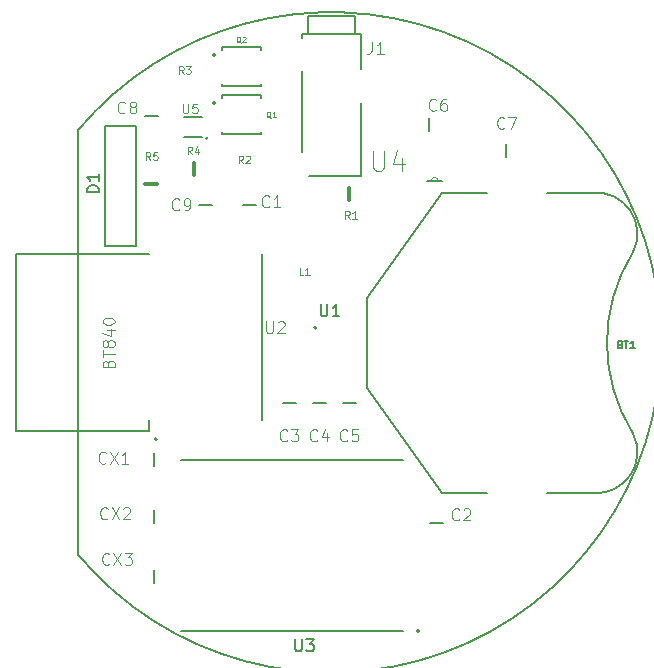
<source format=gbr>
G04 #@! TF.GenerationSoftware,KiCad,Pcbnew,(5.0.1)-4*
G04 #@! TF.CreationDate,2019-01-20T23:32:10-05:00*
G04 #@! TF.ProjectId,puck_design,7075636B5F64657369676E2E6B696361,rev?*
G04 #@! TF.SameCoordinates,Original*
G04 #@! TF.FileFunction,Legend,Top*
G04 #@! TF.FilePolarity,Positive*
%FSLAX46Y46*%
G04 Gerber Fmt 4.6, Leading zero omitted, Abs format (unit mm)*
G04 Created by KiCad (PCBNEW (5.0.1)-4) date 2019-01-20 11:32:10 PM*
%MOMM*%
%LPD*%
G01*
G04 APERTURE LIST*
%ADD10C,0.150000*%
%ADD11C,0.200000*%
%ADD12C,0.127000*%
%ADD13C,0.203200*%
%ADD14C,0.304800*%
%ADD15C,0.001000*%
%ADD16C,0.152400*%
%ADD17C,0.100000*%
%ADD18C,0.050000*%
G04 APERTURE END LIST*
D10*
X128550445Y-117911400D02*
X128550445Y-82050000D01*
X128550504Y-82011332D02*
G75*
G02X128550445Y-117911400I21429940J-17950069D01*
G01*
D11*
G04 #@! TO.C,Q1*
X140180000Y-79696000D02*
G75*
G03X140180000Y-79696000I-100000J0D01*
G01*
D12*
X144030000Y-82346000D02*
X144030000Y-82149000D01*
X140730000Y-82346000D02*
X144030000Y-82346000D01*
X140730000Y-82149000D02*
X140730000Y-82346000D01*
X140730000Y-79046000D02*
X140730000Y-79243000D01*
X144030000Y-79046000D02*
X140730000Y-79046000D01*
X144030000Y-79243000D02*
X144030000Y-79046000D01*
G04 #@! TO.C,J1*
X152000000Y-73838000D02*
X152000000Y-72338000D01*
X152000000Y-72338000D02*
X148000000Y-72338000D01*
X148000000Y-72338000D02*
X148000000Y-73838000D01*
X152500000Y-73838000D02*
X152000000Y-73838000D01*
X152000000Y-73838000D02*
X148000000Y-73838000D01*
X148000000Y-73838000D02*
X147500000Y-73838000D01*
X152500000Y-73838000D02*
X152500000Y-76828000D01*
X152500000Y-79658000D02*
X152500000Y-85838000D01*
X152500000Y-85838000D02*
X148100000Y-85838000D01*
X147500000Y-83858000D02*
X147500000Y-76958000D01*
X147500000Y-73838000D02*
X147500000Y-74148000D01*
D13*
G04 #@! TO.C,BT1*
X153048000Y-96190000D02*
X153048000Y-103810000D01*
X153048000Y-96190000D02*
X159398000Y-87300000D01*
X153048000Y-103810000D02*
X159398000Y-112700000D01*
X159398000Y-112700000D02*
X163208000Y-112700000D01*
X159398000Y-87300000D02*
X163208000Y-87300000D01*
X172098000Y-87300000D02*
X168288000Y-87300000D01*
X172098000Y-112700000D02*
X168288000Y-112700000D01*
X175515556Y-92398421D02*
G75*
G03X175527000Y-107620000I12256784J-7601579D01*
G01*
X175526918Y-92379161D02*
G75*
G03X172098000Y-87300000I-3073318J1622221D01*
G01*
X172098653Y-112700533D02*
G75*
G03X175527000Y-107620000I354947J3457473D01*
G01*
D11*
G04 #@! TO.C,C1*
X142494000Y-88316000D02*
X143594000Y-88316000D01*
G04 #@! TO.C,C2*
X159440000Y-115240000D02*
X158340000Y-115240000D01*
G04 #@! TO.C,C3*
X146994000Y-105080000D02*
X145894000Y-105080000D01*
G04 #@! TO.C,C4*
X149534000Y-105080000D02*
X148434000Y-105080000D01*
G04 #@! TO.C,C5*
X152074000Y-105080000D02*
X150974000Y-105080000D01*
G04 #@! TO.C,C6*
X158300000Y-80980000D02*
X158300000Y-82080000D01*
G04 #@! TO.C,C7*
X164840000Y-84260000D02*
X164840000Y-83160000D01*
G04 #@! TO.C,C8*
X134230000Y-80820000D02*
X135330000Y-80820000D01*
G04 #@! TO.C,C9*
X138782000Y-88316000D02*
X139882000Y-88316000D01*
G04 #@! TO.C,CX1*
X135014000Y-110456000D02*
X135014000Y-109356000D01*
G04 #@! TO.C,CX2*
X135014000Y-115282000D02*
X135014000Y-114182000D01*
G04 #@! TO.C,CX3*
X135014000Y-120362000D02*
X135014000Y-119262000D01*
D12*
G04 #@! TO.C,Q2*
X144030000Y-75179000D02*
X144030000Y-74982000D01*
X144030000Y-74982000D02*
X140730000Y-74982000D01*
X140730000Y-74982000D02*
X140730000Y-75179000D01*
X140730000Y-78085000D02*
X140730000Y-78282000D01*
X140730000Y-78282000D02*
X144030000Y-78282000D01*
X144030000Y-78282000D02*
X144030000Y-78085000D01*
D11*
X140180000Y-75632000D02*
G75*
G03X140180000Y-75632000I-100000J0D01*
G01*
D14*
G04 #@! TO.C,R1*
X151524000Y-87924000D02*
X151524000Y-86908000D01*
G04 #@! TO.C,R4*
X138382000Y-84760000D02*
X138382000Y-85776000D01*
G04 #@! TO.C,R5*
X134252000Y-86538000D02*
X135268000Y-86538000D01*
D15*
G04 #@! TO.C,U2*
X128144000Y-92496980D02*
X134594000Y-92500000D01*
D12*
X134544000Y-106500000D02*
X134544000Y-107500000D01*
X134474000Y-107500000D02*
X123344000Y-107500000D01*
X123344000Y-107500000D02*
X123344000Y-92500000D01*
X123344000Y-92500000D02*
X134594000Y-92500000D01*
D11*
X135255800Y-108150000D02*
G75*
G03X135255800Y-108150000I-111800J0D01*
G01*
D12*
X144144000Y-92500000D02*
X144144000Y-106500000D01*
D16*
G04 #@! TO.C,U4*
X158150400Y-86309400D02*
X158455200Y-86309400D01*
X158455200Y-86309400D02*
X159064800Y-86309400D01*
X159064800Y-86309400D02*
X159369600Y-86309400D01*
D17*
X158455200Y-86309400D02*
G75*
G02X159064800Y-86309400I304800J0D01*
G01*
D10*
G04 #@! TO.C,U5*
X139521000Y-82682000D02*
G75*
G03X139521000Y-82682000I-70000J0D01*
G01*
D12*
X139066000Y-82562000D02*
X137566000Y-82562000D01*
X139066000Y-80862000D02*
X137566000Y-80862000D01*
D11*
G04 #@! TO.C,U1*
X148757800Y-98724000D02*
G75*
G03X148757800Y-98724000I-111800J0D01*
G01*
D10*
G04 #@! TO.C,U3*
X137295000Y-124384000D02*
X156095000Y-124384000D01*
X156095000Y-109904000D02*
X137295000Y-109904000D01*
D11*
X157461800Y-124384000D02*
G75*
G03X157461800Y-124384000I-111800J0D01*
G01*
D10*
G04 #@! TO.C,D1*
X130860000Y-91780000D02*
X133460000Y-91780000D01*
X133460000Y-91780000D02*
X133460000Y-81680000D01*
X130860000Y-91780000D02*
X130860000Y-81680000D01*
X130860000Y-81680000D02*
X133460000Y-81680000D01*
G04 #@! TD*
G04 #@! TO.C,Q1*
D18*
X144874285Y-80958857D02*
X144828571Y-80936000D01*
X144782857Y-80890285D01*
X144714285Y-80821714D01*
X144668571Y-80798857D01*
X144622857Y-80798857D01*
X144645714Y-80913142D02*
X144600000Y-80890285D01*
X144554285Y-80844571D01*
X144531428Y-80753142D01*
X144531428Y-80593142D01*
X144554285Y-80501714D01*
X144600000Y-80456000D01*
X144645714Y-80433142D01*
X144737142Y-80433142D01*
X144782857Y-80456000D01*
X144828571Y-80501714D01*
X144851428Y-80593142D01*
X144851428Y-80753142D01*
X144828571Y-80844571D01*
X144782857Y-80890285D01*
X144737142Y-80913142D01*
X144645714Y-80913142D01*
X145308571Y-80913142D02*
X145034285Y-80913142D01*
X145171428Y-80913142D02*
X145171428Y-80433142D01*
X145125714Y-80501714D01*
X145080000Y-80547428D01*
X145034285Y-80570285D01*
G04 #@! TO.C,J1*
X153456056Y-74521378D02*
X153456056Y-75236971D01*
X153408350Y-75380090D01*
X153312938Y-75475502D01*
X153169819Y-75523208D01*
X153074407Y-75523208D01*
X154457886Y-75523208D02*
X153885412Y-75523208D01*
X154171649Y-75523208D02*
X154171649Y-74521378D01*
X154076237Y-74664497D01*
X153980824Y-74759909D01*
X153885412Y-74807615D01*
G04 #@! TO.C,BT1*
D12*
X174501028Y-100146457D02*
X174588114Y-100175485D01*
X174617142Y-100204514D01*
X174646171Y-100262571D01*
X174646171Y-100349657D01*
X174617142Y-100407714D01*
X174588114Y-100436742D01*
X174530057Y-100465771D01*
X174297828Y-100465771D01*
X174297828Y-99856171D01*
X174501028Y-99856171D01*
X174559085Y-99885200D01*
X174588114Y-99914228D01*
X174617142Y-99972285D01*
X174617142Y-100030342D01*
X174588114Y-100088400D01*
X174559085Y-100117428D01*
X174501028Y-100146457D01*
X174297828Y-100146457D01*
X174820342Y-99856171D02*
X175168685Y-99856171D01*
X174994514Y-100465771D02*
X174994514Y-99856171D01*
X175691200Y-100465771D02*
X175342857Y-100465771D01*
X175517028Y-100465771D02*
X175517028Y-99856171D01*
X175458971Y-99943257D01*
X175400914Y-100001314D01*
X175342857Y-100030342D01*
G04 #@! TO.C,C1*
D18*
X144753333Y-88419142D02*
X144705714Y-88466761D01*
X144562857Y-88514380D01*
X144467619Y-88514380D01*
X144324761Y-88466761D01*
X144229523Y-88371523D01*
X144181904Y-88276285D01*
X144134285Y-88085809D01*
X144134285Y-87942952D01*
X144181904Y-87752476D01*
X144229523Y-87657238D01*
X144324761Y-87562000D01*
X144467619Y-87514380D01*
X144562857Y-87514380D01*
X144705714Y-87562000D01*
X144753333Y-87609619D01*
X145705714Y-88514380D02*
X145134285Y-88514380D01*
X145420000Y-88514380D02*
X145420000Y-87514380D01*
X145324761Y-87657238D01*
X145229523Y-87752476D01*
X145134285Y-87800095D01*
G04 #@! TO.C,C2*
X160843333Y-114927142D02*
X160795714Y-114974761D01*
X160652857Y-115022380D01*
X160557619Y-115022380D01*
X160414761Y-114974761D01*
X160319523Y-114879523D01*
X160271904Y-114784285D01*
X160224285Y-114593809D01*
X160224285Y-114450952D01*
X160271904Y-114260476D01*
X160319523Y-114165238D01*
X160414761Y-114070000D01*
X160557619Y-114022380D01*
X160652857Y-114022380D01*
X160795714Y-114070000D01*
X160843333Y-114117619D01*
X161224285Y-114117619D02*
X161271904Y-114070000D01*
X161367142Y-114022380D01*
X161605238Y-114022380D01*
X161700476Y-114070000D01*
X161748095Y-114117619D01*
X161795714Y-114212857D01*
X161795714Y-114308095D01*
X161748095Y-114450952D01*
X161176666Y-115022380D01*
X161795714Y-115022380D01*
G04 #@! TO.C,C3*
X146277333Y-108231142D02*
X146229714Y-108278761D01*
X146086857Y-108326380D01*
X145991619Y-108326380D01*
X145848761Y-108278761D01*
X145753523Y-108183523D01*
X145705904Y-108088285D01*
X145658285Y-107897809D01*
X145658285Y-107754952D01*
X145705904Y-107564476D01*
X145753523Y-107469238D01*
X145848761Y-107374000D01*
X145991619Y-107326380D01*
X146086857Y-107326380D01*
X146229714Y-107374000D01*
X146277333Y-107421619D01*
X146610666Y-107326380D02*
X147229714Y-107326380D01*
X146896380Y-107707333D01*
X147039238Y-107707333D01*
X147134476Y-107754952D01*
X147182095Y-107802571D01*
X147229714Y-107897809D01*
X147229714Y-108135904D01*
X147182095Y-108231142D01*
X147134476Y-108278761D01*
X147039238Y-108326380D01*
X146753523Y-108326380D01*
X146658285Y-108278761D01*
X146610666Y-108231142D01*
G04 #@! TO.C,C4*
X148817333Y-108231142D02*
X148769714Y-108278761D01*
X148626857Y-108326380D01*
X148531619Y-108326380D01*
X148388761Y-108278761D01*
X148293523Y-108183523D01*
X148245904Y-108088285D01*
X148198285Y-107897809D01*
X148198285Y-107754952D01*
X148245904Y-107564476D01*
X148293523Y-107469238D01*
X148388761Y-107374000D01*
X148531619Y-107326380D01*
X148626857Y-107326380D01*
X148769714Y-107374000D01*
X148817333Y-107421619D01*
X149674476Y-107659714D02*
X149674476Y-108326380D01*
X149436380Y-107278761D02*
X149198285Y-107993047D01*
X149817333Y-107993047D01*
G04 #@! TO.C,C5*
X151357333Y-108231142D02*
X151309714Y-108278761D01*
X151166857Y-108326380D01*
X151071619Y-108326380D01*
X150928761Y-108278761D01*
X150833523Y-108183523D01*
X150785904Y-108088285D01*
X150738285Y-107897809D01*
X150738285Y-107754952D01*
X150785904Y-107564476D01*
X150833523Y-107469238D01*
X150928761Y-107374000D01*
X151071619Y-107326380D01*
X151166857Y-107326380D01*
X151309714Y-107374000D01*
X151357333Y-107421619D01*
X152262095Y-107326380D02*
X151785904Y-107326380D01*
X151738285Y-107802571D01*
X151785904Y-107754952D01*
X151881142Y-107707333D01*
X152119238Y-107707333D01*
X152214476Y-107754952D01*
X152262095Y-107802571D01*
X152309714Y-107897809D01*
X152309714Y-108135904D01*
X152262095Y-108231142D01*
X152214476Y-108278761D01*
X152119238Y-108326380D01*
X151881142Y-108326380D01*
X151785904Y-108278761D01*
X151738285Y-108231142D01*
G04 #@! TO.C,C6*
X158873333Y-80252142D02*
X158825714Y-80299761D01*
X158682857Y-80347380D01*
X158587619Y-80347380D01*
X158444761Y-80299761D01*
X158349523Y-80204523D01*
X158301904Y-80109285D01*
X158254285Y-79918809D01*
X158254285Y-79775952D01*
X158301904Y-79585476D01*
X158349523Y-79490238D01*
X158444761Y-79395000D01*
X158587619Y-79347380D01*
X158682857Y-79347380D01*
X158825714Y-79395000D01*
X158873333Y-79442619D01*
X159730476Y-79347380D02*
X159540000Y-79347380D01*
X159444761Y-79395000D01*
X159397142Y-79442619D01*
X159301904Y-79585476D01*
X159254285Y-79775952D01*
X159254285Y-80156904D01*
X159301904Y-80252142D01*
X159349523Y-80299761D01*
X159444761Y-80347380D01*
X159635238Y-80347380D01*
X159730476Y-80299761D01*
X159778095Y-80252142D01*
X159825714Y-80156904D01*
X159825714Y-79918809D01*
X159778095Y-79823571D01*
X159730476Y-79775952D01*
X159635238Y-79728333D01*
X159444761Y-79728333D01*
X159349523Y-79775952D01*
X159301904Y-79823571D01*
X159254285Y-79918809D01*
G04 #@! TO.C,C7*
X164673333Y-81781142D02*
X164625714Y-81828761D01*
X164482857Y-81876380D01*
X164387619Y-81876380D01*
X164244761Y-81828761D01*
X164149523Y-81733523D01*
X164101904Y-81638285D01*
X164054285Y-81447809D01*
X164054285Y-81304952D01*
X164101904Y-81114476D01*
X164149523Y-81019238D01*
X164244761Y-80924000D01*
X164387619Y-80876380D01*
X164482857Y-80876380D01*
X164625714Y-80924000D01*
X164673333Y-80971619D01*
X165006666Y-80876380D02*
X165673333Y-80876380D01*
X165244761Y-81876380D01*
G04 #@! TO.C,C8*
X132545333Y-80481142D02*
X132497714Y-80528761D01*
X132354857Y-80576380D01*
X132259619Y-80576380D01*
X132116761Y-80528761D01*
X132021523Y-80433523D01*
X131973904Y-80338285D01*
X131926285Y-80147809D01*
X131926285Y-80004952D01*
X131973904Y-79814476D01*
X132021523Y-79719238D01*
X132116761Y-79624000D01*
X132259619Y-79576380D01*
X132354857Y-79576380D01*
X132497714Y-79624000D01*
X132545333Y-79671619D01*
X133116761Y-80004952D02*
X133021523Y-79957333D01*
X132973904Y-79909714D01*
X132926285Y-79814476D01*
X132926285Y-79766857D01*
X132973904Y-79671619D01*
X133021523Y-79624000D01*
X133116761Y-79576380D01*
X133307238Y-79576380D01*
X133402476Y-79624000D01*
X133450095Y-79671619D01*
X133497714Y-79766857D01*
X133497714Y-79814476D01*
X133450095Y-79909714D01*
X133402476Y-79957333D01*
X133307238Y-80004952D01*
X133116761Y-80004952D01*
X133021523Y-80052571D01*
X132973904Y-80100190D01*
X132926285Y-80195428D01*
X132926285Y-80385904D01*
X132973904Y-80481142D01*
X133021523Y-80528761D01*
X133116761Y-80576380D01*
X133307238Y-80576380D01*
X133402476Y-80528761D01*
X133450095Y-80481142D01*
X133497714Y-80385904D01*
X133497714Y-80195428D01*
X133450095Y-80100190D01*
X133402476Y-80052571D01*
X133307238Y-80004952D01*
G04 #@! TO.C,C9*
X137133333Y-88673142D02*
X137085714Y-88720761D01*
X136942857Y-88768380D01*
X136847619Y-88768380D01*
X136704761Y-88720761D01*
X136609523Y-88625523D01*
X136561904Y-88530285D01*
X136514285Y-88339809D01*
X136514285Y-88196952D01*
X136561904Y-88006476D01*
X136609523Y-87911238D01*
X136704761Y-87816000D01*
X136847619Y-87768380D01*
X136942857Y-87768380D01*
X137085714Y-87816000D01*
X137133333Y-87863619D01*
X137609523Y-88768380D02*
X137800000Y-88768380D01*
X137895238Y-88720761D01*
X137942857Y-88673142D01*
X138038095Y-88530285D01*
X138085714Y-88339809D01*
X138085714Y-87958857D01*
X138038095Y-87863619D01*
X137990476Y-87816000D01*
X137895238Y-87768380D01*
X137704761Y-87768380D01*
X137609523Y-87816000D01*
X137561904Y-87863619D01*
X137514285Y-87958857D01*
X137514285Y-88196952D01*
X137561904Y-88292190D01*
X137609523Y-88339809D01*
X137704761Y-88387428D01*
X137895238Y-88387428D01*
X137990476Y-88339809D01*
X138038095Y-88292190D01*
X138085714Y-88196952D01*
G04 #@! TO.C,CX1*
X130923142Y-110125142D02*
X130875523Y-110172761D01*
X130732666Y-110220380D01*
X130637428Y-110220380D01*
X130494571Y-110172761D01*
X130399333Y-110077523D01*
X130351714Y-109982285D01*
X130304095Y-109791809D01*
X130304095Y-109648952D01*
X130351714Y-109458476D01*
X130399333Y-109363238D01*
X130494571Y-109268000D01*
X130637428Y-109220380D01*
X130732666Y-109220380D01*
X130875523Y-109268000D01*
X130923142Y-109315619D01*
X131256476Y-109220380D02*
X131923142Y-110220380D01*
X131923142Y-109220380D02*
X131256476Y-110220380D01*
X132827904Y-110220380D02*
X132256476Y-110220380D01*
X132542190Y-110220380D02*
X132542190Y-109220380D01*
X132446952Y-109363238D01*
X132351714Y-109458476D01*
X132256476Y-109506095D01*
G04 #@! TO.C,CX2*
X131069142Y-114835142D02*
X131021523Y-114882761D01*
X130878666Y-114930380D01*
X130783428Y-114930380D01*
X130640571Y-114882761D01*
X130545333Y-114787523D01*
X130497714Y-114692285D01*
X130450095Y-114501809D01*
X130450095Y-114358952D01*
X130497714Y-114168476D01*
X130545333Y-114073238D01*
X130640571Y-113978000D01*
X130783428Y-113930380D01*
X130878666Y-113930380D01*
X131021523Y-113978000D01*
X131069142Y-114025619D01*
X131402476Y-113930380D02*
X132069142Y-114930380D01*
X132069142Y-113930380D02*
X131402476Y-114930380D01*
X132402476Y-114025619D02*
X132450095Y-113978000D01*
X132545333Y-113930380D01*
X132783428Y-113930380D01*
X132878666Y-113978000D01*
X132926285Y-114025619D01*
X132973904Y-114120857D01*
X132973904Y-114216095D01*
X132926285Y-114358952D01*
X132354857Y-114930380D01*
X132973904Y-114930380D01*
G04 #@! TO.C,CX3*
X131227142Y-118697142D02*
X131179523Y-118744761D01*
X131036666Y-118792380D01*
X130941428Y-118792380D01*
X130798571Y-118744761D01*
X130703333Y-118649523D01*
X130655714Y-118554285D01*
X130608095Y-118363809D01*
X130608095Y-118220952D01*
X130655714Y-118030476D01*
X130703333Y-117935238D01*
X130798571Y-117840000D01*
X130941428Y-117792380D01*
X131036666Y-117792380D01*
X131179523Y-117840000D01*
X131227142Y-117887619D01*
X131560476Y-117792380D02*
X132227142Y-118792380D01*
X132227142Y-117792380D02*
X131560476Y-118792380D01*
X132512857Y-117792380D02*
X133131904Y-117792380D01*
X132798571Y-118173333D01*
X132941428Y-118173333D01*
X133036666Y-118220952D01*
X133084285Y-118268571D01*
X133131904Y-118363809D01*
X133131904Y-118601904D01*
X133084285Y-118697142D01*
X133036666Y-118744761D01*
X132941428Y-118792380D01*
X132655714Y-118792380D01*
X132560476Y-118744761D01*
X132512857Y-118697142D01*
G04 #@! TO.C,L1*
X147631013Y-94254964D02*
X147331050Y-94254964D01*
X147331050Y-93625043D01*
X148170945Y-94254964D02*
X147810990Y-94254964D01*
X147990968Y-94254964D02*
X147990968Y-93625043D01*
X147930975Y-93715031D01*
X147870983Y-93775024D01*
X147810990Y-93805020D01*
G04 #@! TO.C,Q2*
X142334285Y-74590057D02*
X142288571Y-74567200D01*
X142242857Y-74521485D01*
X142174285Y-74452914D01*
X142128571Y-74430057D01*
X142082857Y-74430057D01*
X142105714Y-74544342D02*
X142060000Y-74521485D01*
X142014285Y-74475771D01*
X141991428Y-74384342D01*
X141991428Y-74224342D01*
X142014285Y-74132914D01*
X142060000Y-74087200D01*
X142105714Y-74064342D01*
X142197142Y-74064342D01*
X142242857Y-74087200D01*
X142288571Y-74132914D01*
X142311428Y-74224342D01*
X142311428Y-74384342D01*
X142288571Y-74475771D01*
X142242857Y-74521485D01*
X142197142Y-74544342D01*
X142105714Y-74544342D01*
X142494285Y-74110057D02*
X142517142Y-74087200D01*
X142562857Y-74064342D01*
X142677142Y-74064342D01*
X142722857Y-74087200D01*
X142745714Y-74110057D01*
X142768571Y-74155771D01*
X142768571Y-74201485D01*
X142745714Y-74270057D01*
X142471428Y-74544342D01*
X142768571Y-74544342D01*
G04 #@! TO.C,R1*
X151553333Y-89479523D02*
X151340000Y-89174761D01*
X151187619Y-89479523D02*
X151187619Y-88839523D01*
X151431428Y-88839523D01*
X151492380Y-88870000D01*
X151522857Y-88900476D01*
X151553333Y-88961428D01*
X151553333Y-89052857D01*
X151522857Y-89113809D01*
X151492380Y-89144285D01*
X151431428Y-89174761D01*
X151187619Y-89174761D01*
X152162857Y-89479523D02*
X151797142Y-89479523D01*
X151980000Y-89479523D02*
X151980000Y-88839523D01*
X151919047Y-88930952D01*
X151858095Y-88991904D01*
X151797142Y-89022380D01*
G04 #@! TO.C,R2*
X142529013Y-84790964D02*
X142319039Y-84491001D01*
X142169058Y-84790964D02*
X142169058Y-84161043D01*
X142409028Y-84161043D01*
X142469020Y-84191039D01*
X142499016Y-84221035D01*
X142529013Y-84281028D01*
X142529013Y-84371016D01*
X142499016Y-84431009D01*
X142469020Y-84461005D01*
X142409028Y-84491001D01*
X142169058Y-84491001D01*
X142768983Y-84221035D02*
X142798979Y-84191039D01*
X142858971Y-84161043D01*
X143008952Y-84161043D01*
X143068945Y-84191039D01*
X143098941Y-84221035D01*
X143128937Y-84281028D01*
X143128937Y-84341020D01*
X143098941Y-84431009D01*
X142738986Y-84790964D01*
X143128937Y-84790964D01*
G04 #@! TO.C,R3*
X137505013Y-77224964D02*
X137295039Y-76925001D01*
X137145058Y-77224964D02*
X137145058Y-76595043D01*
X137385028Y-76595043D01*
X137445020Y-76625039D01*
X137475016Y-76655035D01*
X137505013Y-76715028D01*
X137505013Y-76805016D01*
X137475016Y-76865009D01*
X137445020Y-76895005D01*
X137385028Y-76925001D01*
X137145058Y-76925001D01*
X137714986Y-76595043D02*
X138104937Y-76595043D01*
X137894964Y-76835013D01*
X137984952Y-76835013D01*
X138044945Y-76865009D01*
X138074941Y-76895005D01*
X138104937Y-76954998D01*
X138104937Y-77104979D01*
X138074941Y-77164971D01*
X138044945Y-77194968D01*
X137984952Y-77224964D01*
X137804975Y-77224964D01*
X137744983Y-77194968D01*
X137714986Y-77164971D01*
G04 #@! TO.C,R4*
X138209333Y-84033523D02*
X137996000Y-83728761D01*
X137843619Y-84033523D02*
X137843619Y-83393523D01*
X138087428Y-83393523D01*
X138148380Y-83424000D01*
X138178857Y-83454476D01*
X138209333Y-83515428D01*
X138209333Y-83606857D01*
X138178857Y-83667809D01*
X138148380Y-83698285D01*
X138087428Y-83728761D01*
X137843619Y-83728761D01*
X138757904Y-83606857D02*
X138757904Y-84033523D01*
X138605523Y-83363047D02*
X138453142Y-83820190D01*
X138849333Y-83820190D01*
G04 #@! TO.C,R5*
X134693333Y-84509523D02*
X134480000Y-84204761D01*
X134327619Y-84509523D02*
X134327619Y-83869523D01*
X134571428Y-83869523D01*
X134632380Y-83900000D01*
X134662857Y-83930476D01*
X134693333Y-83991428D01*
X134693333Y-84082857D01*
X134662857Y-84143809D01*
X134632380Y-84174285D01*
X134571428Y-84204761D01*
X134327619Y-84204761D01*
X135272380Y-83869523D02*
X134967619Y-83869523D01*
X134937142Y-84174285D01*
X134967619Y-84143809D01*
X135028571Y-84113333D01*
X135180952Y-84113333D01*
X135241904Y-84143809D01*
X135272380Y-84174285D01*
X135302857Y-84235238D01*
X135302857Y-84387619D01*
X135272380Y-84448571D01*
X135241904Y-84479047D01*
X135180952Y-84509523D01*
X135028571Y-84509523D01*
X134967619Y-84479047D01*
X134937142Y-84448571D01*
G04 #@! TO.C,U2*
X144498095Y-98172380D02*
X144498095Y-98981904D01*
X144545714Y-99077142D01*
X144593333Y-99124761D01*
X144688571Y-99172380D01*
X144879047Y-99172380D01*
X144974285Y-99124761D01*
X145021904Y-99077142D01*
X145069523Y-98981904D01*
X145069523Y-98172380D01*
X145498095Y-98267619D02*
X145545714Y-98220000D01*
X145640952Y-98172380D01*
X145879047Y-98172380D01*
X145974285Y-98220000D01*
X146021904Y-98267619D01*
X146069523Y-98362857D01*
X146069523Y-98458095D01*
X146021904Y-98600952D01*
X145450476Y-99172380D01*
X146069523Y-99172380D01*
X131132571Y-101738095D02*
X131180190Y-101595238D01*
X131227809Y-101547619D01*
X131323047Y-101500000D01*
X131465904Y-101500000D01*
X131561142Y-101547619D01*
X131608761Y-101595238D01*
X131656380Y-101690476D01*
X131656380Y-102071428D01*
X130656380Y-102071428D01*
X130656380Y-101738095D01*
X130704000Y-101642857D01*
X130751619Y-101595238D01*
X130846857Y-101547619D01*
X130942095Y-101547619D01*
X131037333Y-101595238D01*
X131084952Y-101642857D01*
X131132571Y-101738095D01*
X131132571Y-102071428D01*
X130656380Y-101214285D02*
X130656380Y-100642857D01*
X131656380Y-100928571D02*
X130656380Y-100928571D01*
X131084952Y-100166666D02*
X131037333Y-100261904D01*
X130989714Y-100309523D01*
X130894476Y-100357142D01*
X130846857Y-100357142D01*
X130751619Y-100309523D01*
X130704000Y-100261904D01*
X130656380Y-100166666D01*
X130656380Y-99976190D01*
X130704000Y-99880952D01*
X130751619Y-99833333D01*
X130846857Y-99785714D01*
X130894476Y-99785714D01*
X130989714Y-99833333D01*
X131037333Y-99880952D01*
X131084952Y-99976190D01*
X131084952Y-100166666D01*
X131132571Y-100261904D01*
X131180190Y-100309523D01*
X131275428Y-100357142D01*
X131465904Y-100357142D01*
X131561142Y-100309523D01*
X131608761Y-100261904D01*
X131656380Y-100166666D01*
X131656380Y-99976190D01*
X131608761Y-99880952D01*
X131561142Y-99833333D01*
X131465904Y-99785714D01*
X131275428Y-99785714D01*
X131180190Y-99833333D01*
X131132571Y-99880952D01*
X131084952Y-99976190D01*
X130989714Y-98928571D02*
X131656380Y-98928571D01*
X130608761Y-99166666D02*
X131323047Y-99404761D01*
X131323047Y-98785714D01*
X130656380Y-98214285D02*
X130656380Y-98119047D01*
X130704000Y-98023809D01*
X130751619Y-97976190D01*
X130846857Y-97928571D01*
X131037333Y-97880952D01*
X131275428Y-97880952D01*
X131465904Y-97928571D01*
X131561142Y-97976190D01*
X131608761Y-98023809D01*
X131656380Y-98119047D01*
X131656380Y-98214285D01*
X131608761Y-98309523D01*
X131561142Y-98357142D01*
X131465904Y-98404761D01*
X131275428Y-98452380D01*
X131037333Y-98452380D01*
X130846857Y-98404761D01*
X130751619Y-98357142D01*
X130704000Y-98309523D01*
X130656380Y-98214285D01*
G04 #@! TO.C,U4*
X153559699Y-83771346D02*
X153559699Y-85099790D01*
X153637842Y-85256078D01*
X153715986Y-85334222D01*
X153872274Y-85412366D01*
X154184849Y-85412366D01*
X154341137Y-85334222D01*
X154419280Y-85256078D01*
X154497424Y-85099790D01*
X154497424Y-83771346D01*
X155982157Y-84318352D02*
X155982157Y-85412366D01*
X155591438Y-83693202D02*
X155200719Y-84865359D01*
X156216588Y-84865359D01*
G04 #@! TO.C,U5*
X137452476Y-79749904D02*
X137452476Y-80397523D01*
X137490571Y-80473714D01*
X137528666Y-80511809D01*
X137604857Y-80549904D01*
X137757238Y-80549904D01*
X137833428Y-80511809D01*
X137871523Y-80473714D01*
X137909619Y-80397523D01*
X137909619Y-79749904D01*
X138671523Y-79749904D02*
X138290571Y-79749904D01*
X138252476Y-80130857D01*
X138290571Y-80092761D01*
X138366761Y-80054666D01*
X138557238Y-80054666D01*
X138633428Y-80092761D01*
X138671523Y-80130857D01*
X138709619Y-80207047D01*
X138709619Y-80397523D01*
X138671523Y-80473714D01*
X138633428Y-80511809D01*
X138557238Y-80549904D01*
X138366761Y-80549904D01*
X138290571Y-80511809D01*
X138252476Y-80473714D01*
G04 #@! TO.C,U1*
D10*
X149118095Y-96742380D02*
X149118095Y-97551904D01*
X149165714Y-97647142D01*
X149213333Y-97694761D01*
X149308571Y-97742380D01*
X149499047Y-97742380D01*
X149594285Y-97694761D01*
X149641904Y-97647142D01*
X149689523Y-97551904D01*
X149689523Y-96742380D01*
X150689523Y-97742380D02*
X150118095Y-97742380D01*
X150403809Y-97742380D02*
X150403809Y-96742380D01*
X150308571Y-96885238D01*
X150213333Y-96980476D01*
X150118095Y-97028095D01*
G04 #@! TO.C,U3*
X146952095Y-125106380D02*
X146952095Y-125915904D01*
X146999714Y-126011142D01*
X147047333Y-126058761D01*
X147142571Y-126106380D01*
X147333047Y-126106380D01*
X147428285Y-126058761D01*
X147475904Y-126011142D01*
X147523523Y-125915904D01*
X147523523Y-125106380D01*
X147904476Y-125106380D02*
X148523523Y-125106380D01*
X148190190Y-125487333D01*
X148333047Y-125487333D01*
X148428285Y-125534952D01*
X148475904Y-125582571D01*
X148523523Y-125677809D01*
X148523523Y-125915904D01*
X148475904Y-126011142D01*
X148428285Y-126058761D01*
X148333047Y-126106380D01*
X148047333Y-126106380D01*
X147952095Y-126058761D01*
X147904476Y-126011142D01*
G04 #@! TO.C,D1*
X130322380Y-87238095D02*
X129322380Y-87238095D01*
X129322380Y-87000000D01*
X129370000Y-86857142D01*
X129465238Y-86761904D01*
X129560476Y-86714285D01*
X129750952Y-86666666D01*
X129893809Y-86666666D01*
X130084285Y-86714285D01*
X130179523Y-86761904D01*
X130274761Y-86857142D01*
X130322380Y-87000000D01*
X130322380Y-87238095D01*
X130322380Y-85714285D02*
X130322380Y-86285714D01*
X130322380Y-86000000D02*
X129322380Y-86000000D01*
X129465238Y-86095238D01*
X129560476Y-86190476D01*
X129608095Y-86285714D01*
G04 #@! TD*
M02*

</source>
